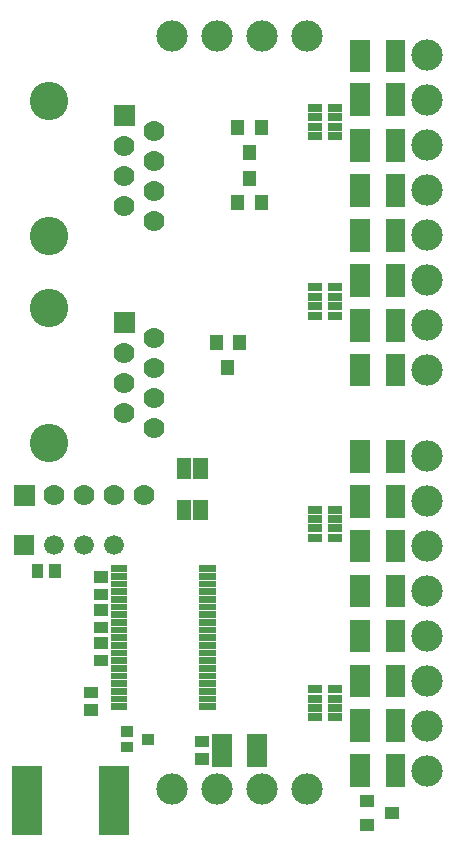
<source format=gbr>
G04 start of page 6 for group -4063 idx -4063 *
G04 Title: (unknown), componentmask *
G04 Creator: pcb 1.99z *
G04 CreationDate: Wed 16 Feb 2011 18:30:27 GMT UTC *
G04 For: rbarlow *
G04 Format: Gerber/RS-274X *
G04 PCB-Dimensions: 157480 283465 *
G04 PCB-Coordinate-Origin: lower left *
%MOIN*%
%FSLAX25Y25*%
%LNFRONTMASK*%
%ADD11C,0.0200*%
%ADD33C,0.1280*%
%ADD47C,0.1043*%
%ADD48C,0.0660*%
%ADD49C,0.0700*%
%ADD50R,0.0494X0.0494*%
%ADD51R,0.0382X0.0382*%
%ADD52R,0.0440X0.0440*%
%ADD53R,0.0266X0.0266*%
%ADD54R,0.0660X0.0660*%
%ADD55R,0.0400X0.0400*%
%ADD56R,0.0218X0.0218*%
%ADD57R,0.0350X0.0350*%
%ADD58R,0.1004X0.1004*%
G54D47*X141339Y127362D03*
Y155868D03*
Y170868D03*
G54D11*G36*
X3708Y100938D02*Y94338D01*
X10308D01*
Y100938D01*
X3708D01*
G37*
G54D48*X17008Y97638D03*
G54D11*G36*
X3509Y117674D02*Y110674D01*
X10509D01*
Y117674D01*
X3509D01*
G37*
G54D33*X15354Y131773D03*
G54D48*X27008Y97638D03*
X37008D03*
G54D49*X17009Y114174D03*
X27009D03*
X37009D03*
X47009D03*
X50354Y136773D03*
Y146773D03*
X40354Y141773D03*
Y161773D03*
Y151773D03*
G54D11*G36*
X36854Y175273D02*Y168273D01*
X43854D01*
Y175273D01*
X36854D01*
G37*
G54D49*X50354Y156773D03*
Y166773D03*
G54D33*X15354Y176773D03*
G54D47*X141339Y67362D03*
Y82362D03*
Y97362D03*
Y112362D03*
Y22362D03*
Y37362D03*
Y52362D03*
X56261Y16145D03*
X71261D03*
X86261D03*
X101261D03*
X101220Y267323D03*
X86220D03*
X71220D03*
X56220D03*
X141339Y260868D03*
Y185868D03*
Y200868D03*
Y215868D03*
Y230868D03*
Y245868D03*
G54D49*X50354Y205670D03*
X40354Y210670D03*
X50354Y225670D03*
X40354Y230670D03*
Y220670D03*
X50354Y215670D03*
G54D11*G36*
X36854Y244170D02*Y237170D01*
X43854D01*
Y244170D01*
X36854D01*
G37*
G54D49*X50354Y235670D03*
G54D33*X15354Y245670D03*
Y200670D03*
G54D50*X60236Y124020D02*Y122052D01*
Y110240D02*Y108272D01*
G54D51*X17251Y89461D02*Y88493D01*
X11417Y89461D02*Y88493D01*
X32193Y87008D02*X33161D01*
G54D52*X85986Y237044D02*Y236444D01*
X78186Y237044D02*Y236444D01*
Y211983D02*Y211383D01*
X82086Y220183D02*Y219583D01*
Y228844D02*Y228244D01*
X85986Y211983D02*Y211383D01*
G54D53*X103001Y243309D02*X104871D01*
X103001Y240159D02*X104871D01*
X103001Y237010D02*X104871D01*
X103001Y233860D02*X104871D01*
X109694Y240159D02*X111564D01*
G54D54*X130709Y262749D02*Y258513D01*
Y248182D02*Y243946D01*
Y232828D02*Y228592D01*
X118989Y217867D02*Y213631D01*
X130709Y217867D02*Y213631D01*
X118989Y262749D02*Y258513D01*
Y248182D02*Y243946D01*
Y232828D02*Y228592D01*
G54D53*X109694Y243309D02*X111564D01*
X109694Y237010D02*X111564D01*
X109694Y233860D02*X111564D01*
G54D54*X118988Y24559D02*Y20323D01*
G54D51*X65658Y26217D02*X66626D01*
X65658Y32051D02*X66626D01*
G54D54*X84600Y31252D02*Y27016D01*
X72880Y31252D02*Y27016D01*
X130708Y24559D02*Y20323D01*
Y39519D02*Y35283D01*
G54D55*X120961Y12205D02*X121561D01*
X120961Y4405D02*X121561D01*
X129161Y8305D02*X129761D01*
G54D53*X109694Y40157D02*X111564D01*
X109694Y43307D02*X111564D01*
X109694Y46456D02*X111564D01*
X109694Y49606D02*X111564D01*
X103001Y40157D02*X104871D01*
X103001Y43307D02*X104871D01*
X103001Y46456D02*X104871D01*
X103001Y49606D02*X104871D01*
G54D54*X118988Y39519D02*Y35283D01*
G54D51*X32193Y70151D02*X33161D01*
X32193Y64961D02*X33161D01*
G54D56*X36908Y66735D02*X40254D01*
X36908Y64176D02*X40254D01*
X36908Y61617D02*X40254D01*
X36908Y59058D02*X40254D01*
G54D51*X32193Y59127D02*X33161D01*
G54D56*X66436Y43704D02*X69782D01*
G54D51*X28650Y42592D02*X29618D01*
G54D57*X41039Y35416D02*X41639D01*
X41039Y30316D02*X41639D01*
X48039Y32816D02*X48639D01*
G54D58*X7875Y19094D02*Y6102D01*
X37009Y19094D02*Y6102D01*
G54D56*X36908Y51381D02*X40254D01*
X36908Y48822D02*X40254D01*
X36908Y46263D02*X40254D01*
X36908Y43704D02*X40254D01*
G54D51*X28650Y48426D02*X29618D01*
G54D56*X66436Y46263D02*X69782D01*
X66436Y48822D02*X69782D01*
X66436Y51381D02*X69782D01*
X66436Y53940D02*X69782D01*
X66436Y56499D02*X69782D01*
X66436Y59058D02*X69782D01*
X66436Y61617D02*X69782D01*
X66436Y64176D02*X69782D01*
X66436Y66735D02*X69782D01*
X66436Y69294D02*X69782D01*
X66436Y71853D02*X69782D01*
X66436Y74412D02*X69782D01*
X66436Y76971D02*X69782D01*
X66436Y79530D02*X69782D01*
X66436Y82089D02*X69782D01*
G54D51*X32193Y75985D02*X33161D01*
G54D56*X36908Y89766D02*X40254D01*
X36908Y87207D02*X40254D01*
X36908Y84648D02*X40254D01*
X36908Y74412D02*X40254D01*
X36908Y71853D02*X40254D01*
X36908Y69294D02*X40254D01*
X36908Y82089D02*X40254D01*
X36908Y79530D02*X40254D01*
X36908Y76971D02*X40254D01*
G54D51*X32193Y81174D02*X33161D01*
G54D56*X36908Y56499D02*X40254D01*
X36908Y53940D02*X40254D01*
G54D54*X118989Y202906D02*Y198670D01*
X130709Y202906D02*Y198670D01*
X118989Y187946D02*Y183710D01*
X130709Y187946D02*Y183710D01*
Y172985D02*Y168749D01*
Y158024D02*Y153788D01*
X118989Y172985D02*Y168749D01*
Y158024D02*Y153788D01*
G54D53*X103002Y183465D02*X104872D01*
X109695D02*X111565D01*
X103002Y180315D02*X104872D01*
X109695D02*X111565D01*
X103002Y177166D02*X104872D01*
X109695D02*X111565D01*
X103002Y174016D02*X104872D01*
X109695D02*X111565D01*
G54D52*X78739Y165262D02*Y164662D01*
X70939Y165262D02*Y164662D01*
X74839Y157062D02*Y156462D01*
G54D54*X130708Y99362D02*Y95126D01*
Y84401D02*Y80165D01*
G54D56*X66436Y84648D02*X69782D01*
X66436Y87207D02*X69782D01*
X66436Y89766D02*X69782D01*
G54D50*X65748Y124020D02*Y122052D01*
Y110240D02*Y108272D01*
G54D53*X109692Y99999D02*X111562D01*
X109692Y103149D02*X111562D01*
X109692Y106298D02*X111562D01*
X109692Y109448D02*X111562D01*
X102999Y99999D02*X104869D01*
X102999Y103149D02*X104869D01*
X102999Y106298D02*X104869D01*
X102999Y109448D02*X104869D01*
G54D54*X130708Y129283D02*Y125047D01*
X118988Y99362D02*Y95126D01*
X130708Y114322D02*Y110086D01*
X118988Y114322D02*Y110086D01*
Y129283D02*Y125047D01*
X130708Y54480D02*Y50244D01*
X118988Y54480D02*Y50244D01*
X130708Y69441D02*Y65205D01*
X118988Y69441D02*Y65205D01*
Y84401D02*Y80165D01*
M02*

</source>
